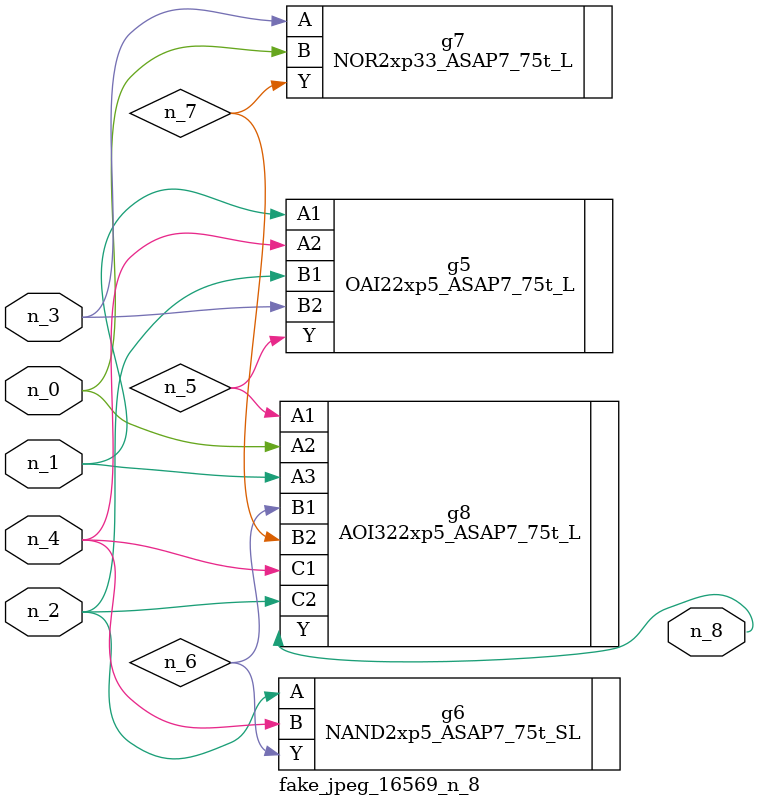
<source format=v>
module fake_jpeg_16569_n_8 (n_3, n_2, n_1, n_0, n_4, n_8);

input n_3;
input n_2;
input n_1;
input n_0;
input n_4;

output n_8;

wire n_6;
wire n_5;
wire n_7;

OAI22xp5_ASAP7_75t_L g5 ( 
.A1(n_1),
.A2(n_4),
.B1(n_2),
.B2(n_3),
.Y(n_5)
);

NAND2xp5_ASAP7_75t_SL g6 ( 
.A(n_2),
.B(n_4),
.Y(n_6)
);

NOR2xp33_ASAP7_75t_L g7 ( 
.A(n_3),
.B(n_0),
.Y(n_7)
);

AOI322xp5_ASAP7_75t_L g8 ( 
.A1(n_5),
.A2(n_0),
.A3(n_1),
.B1(n_6),
.B2(n_7),
.C1(n_4),
.C2(n_2),
.Y(n_8)
);


endmodule
</source>
